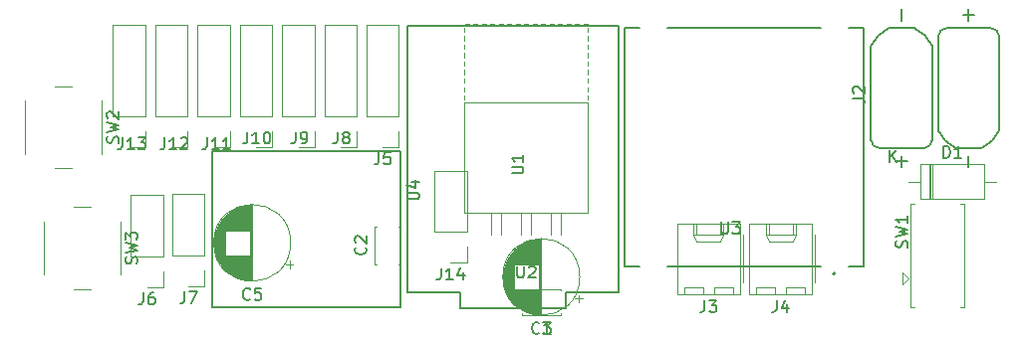
<source format=gbr>
%TF.GenerationSoftware,KiCad,Pcbnew,9.0.6*%
%TF.CreationDate,2026-01-26T16:21:30-03:00*%
%TF.ProjectId,V1_ robot_controller,56315f20-726f-4626-9f74-5f636f6e7472,rev?*%
%TF.SameCoordinates,Original*%
%TF.FileFunction,Legend,Top*%
%TF.FilePolarity,Positive*%
%FSLAX46Y46*%
G04 Gerber Fmt 4.6, Leading zero omitted, Abs format (unit mm)*
G04 Created by KiCad (PCBNEW 9.0.6) date 2026-01-26 16:21:30*
%MOMM*%
%LPD*%
G01*
G04 APERTURE LIST*
%ADD10C,0.150000*%
%ADD11C,0.120000*%
%ADD12C,0.127000*%
%ADD13C,0.200000*%
G04 APERTURE END LIST*
D10*
X178309580Y-106616666D02*
X178357200Y-106664285D01*
X178357200Y-106664285D02*
X178404819Y-106807142D01*
X178404819Y-106807142D02*
X178404819Y-106902380D01*
X178404819Y-106902380D02*
X178357200Y-107045237D01*
X178357200Y-107045237D02*
X178261961Y-107140475D01*
X178261961Y-107140475D02*
X178166723Y-107188094D01*
X178166723Y-107188094D02*
X177976247Y-107235713D01*
X177976247Y-107235713D02*
X177833390Y-107235713D01*
X177833390Y-107235713D02*
X177642914Y-107188094D01*
X177642914Y-107188094D02*
X177547676Y-107140475D01*
X177547676Y-107140475D02*
X177452438Y-107045237D01*
X177452438Y-107045237D02*
X177404819Y-106902380D01*
X177404819Y-106902380D02*
X177404819Y-106807142D01*
X177404819Y-106807142D02*
X177452438Y-106664285D01*
X177452438Y-106664285D02*
X177500057Y-106616666D01*
X177500057Y-106235713D02*
X177452438Y-106188094D01*
X177452438Y-106188094D02*
X177404819Y-106092856D01*
X177404819Y-106092856D02*
X177404819Y-105854761D01*
X177404819Y-105854761D02*
X177452438Y-105759523D01*
X177452438Y-105759523D02*
X177500057Y-105711904D01*
X177500057Y-105711904D02*
X177595295Y-105664285D01*
X177595295Y-105664285D02*
X177690533Y-105664285D01*
X177690533Y-105664285D02*
X177833390Y-105711904D01*
X177833390Y-105711904D02*
X178404819Y-106283332D01*
X178404819Y-106283332D02*
X178404819Y-105664285D01*
X208571095Y-104471473D02*
X208571095Y-105280996D01*
X208571095Y-105280996D02*
X208618714Y-105376234D01*
X208618714Y-105376234D02*
X208666333Y-105423854D01*
X208666333Y-105423854D02*
X208761571Y-105471473D01*
X208761571Y-105471473D02*
X208952047Y-105471473D01*
X208952047Y-105471473D02*
X209047285Y-105423854D01*
X209047285Y-105423854D02*
X209094904Y-105376234D01*
X209094904Y-105376234D02*
X209142523Y-105280996D01*
X209142523Y-105280996D02*
X209142523Y-104471473D01*
X209523476Y-104471473D02*
X210142523Y-104471473D01*
X210142523Y-104471473D02*
X209809190Y-104852425D01*
X209809190Y-104852425D02*
X209952047Y-104852425D01*
X209952047Y-104852425D02*
X210047285Y-104900044D01*
X210047285Y-104900044D02*
X210094904Y-104947663D01*
X210094904Y-104947663D02*
X210142523Y-105042901D01*
X210142523Y-105042901D02*
X210142523Y-105280996D01*
X210142523Y-105280996D02*
X210094904Y-105376234D01*
X210094904Y-105376234D02*
X210047285Y-105423854D01*
X210047285Y-105423854D02*
X209952047Y-105471473D01*
X209952047Y-105471473D02*
X209666333Y-105471473D01*
X209666333Y-105471473D02*
X209571095Y-105423854D01*
X209571095Y-105423854D02*
X209523476Y-105376234D01*
X172371666Y-96790819D02*
X172371666Y-97505104D01*
X172371666Y-97505104D02*
X172324047Y-97647961D01*
X172324047Y-97647961D02*
X172228809Y-97743200D01*
X172228809Y-97743200D02*
X172085952Y-97790819D01*
X172085952Y-97790819D02*
X171990714Y-97790819D01*
X172895476Y-97790819D02*
X173085952Y-97790819D01*
X173085952Y-97790819D02*
X173181190Y-97743200D01*
X173181190Y-97743200D02*
X173228809Y-97695580D01*
X173228809Y-97695580D02*
X173324047Y-97552723D01*
X173324047Y-97552723D02*
X173371666Y-97362247D01*
X173371666Y-97362247D02*
X173371666Y-96981295D01*
X173371666Y-96981295D02*
X173324047Y-96886057D01*
X173324047Y-96886057D02*
X173276428Y-96838438D01*
X173276428Y-96838438D02*
X173181190Y-96790819D01*
X173181190Y-96790819D02*
X172990714Y-96790819D01*
X172990714Y-96790819D02*
X172895476Y-96838438D01*
X172895476Y-96838438D02*
X172847857Y-96886057D01*
X172847857Y-96886057D02*
X172800238Y-96981295D01*
X172800238Y-96981295D02*
X172800238Y-97219390D01*
X172800238Y-97219390D02*
X172847857Y-97314628D01*
X172847857Y-97314628D02*
X172895476Y-97362247D01*
X172895476Y-97362247D02*
X172990714Y-97409866D01*
X172990714Y-97409866D02*
X173181190Y-97409866D01*
X173181190Y-97409866D02*
X173276428Y-97362247D01*
X173276428Y-97362247D02*
X173324047Y-97314628D01*
X173324047Y-97314628D02*
X173371666Y-97219390D01*
X219757748Y-93914987D02*
X220472033Y-93914987D01*
X220472033Y-93914987D02*
X220614890Y-93962606D01*
X220614890Y-93962606D02*
X220710129Y-94057844D01*
X220710129Y-94057844D02*
X220757748Y-94200701D01*
X220757748Y-94200701D02*
X220757748Y-94295939D01*
X219852986Y-93486415D02*
X219805367Y-93438796D01*
X219805367Y-93438796D02*
X219757748Y-93343558D01*
X219757748Y-93343558D02*
X219757748Y-93105463D01*
X219757748Y-93105463D02*
X219805367Y-93010225D01*
X219805367Y-93010225D02*
X219852986Y-92962606D01*
X219852986Y-92962606D02*
X219948224Y-92914987D01*
X219948224Y-92914987D02*
X220043462Y-92914987D01*
X220043462Y-92914987D02*
X220186319Y-92962606D01*
X220186319Y-92962606D02*
X220757748Y-93534034D01*
X220757748Y-93534034D02*
X220757748Y-92914987D01*
X168533333Y-111009580D02*
X168485714Y-111057200D01*
X168485714Y-111057200D02*
X168342857Y-111104819D01*
X168342857Y-111104819D02*
X168247619Y-111104819D01*
X168247619Y-111104819D02*
X168104762Y-111057200D01*
X168104762Y-111057200D02*
X168009524Y-110961961D01*
X168009524Y-110961961D02*
X167961905Y-110866723D01*
X167961905Y-110866723D02*
X167914286Y-110676247D01*
X167914286Y-110676247D02*
X167914286Y-110533390D01*
X167914286Y-110533390D02*
X167961905Y-110342914D01*
X167961905Y-110342914D02*
X168009524Y-110247676D01*
X168009524Y-110247676D02*
X168104762Y-110152438D01*
X168104762Y-110152438D02*
X168247619Y-110104819D01*
X168247619Y-110104819D02*
X168342857Y-110104819D01*
X168342857Y-110104819D02*
X168485714Y-110152438D01*
X168485714Y-110152438D02*
X168533333Y-110200057D01*
X169438095Y-110104819D02*
X168961905Y-110104819D01*
X168961905Y-110104819D02*
X168914286Y-110581009D01*
X168914286Y-110581009D02*
X168961905Y-110533390D01*
X168961905Y-110533390D02*
X169057143Y-110485771D01*
X169057143Y-110485771D02*
X169295238Y-110485771D01*
X169295238Y-110485771D02*
X169390476Y-110533390D01*
X169390476Y-110533390D02*
X169438095Y-110581009D01*
X169438095Y-110581009D02*
X169485714Y-110676247D01*
X169485714Y-110676247D02*
X169485714Y-110914342D01*
X169485714Y-110914342D02*
X169438095Y-111009580D01*
X169438095Y-111009580D02*
X169390476Y-111057200D01*
X169390476Y-111057200D02*
X169295238Y-111104819D01*
X169295238Y-111104819D02*
X169057143Y-111104819D01*
X169057143Y-111104819D02*
X168961905Y-111057200D01*
X168961905Y-111057200D02*
X168914286Y-111009580D01*
X162941666Y-110399819D02*
X162941666Y-111114104D01*
X162941666Y-111114104D02*
X162894047Y-111256961D01*
X162894047Y-111256961D02*
X162798809Y-111352200D01*
X162798809Y-111352200D02*
X162655952Y-111399819D01*
X162655952Y-111399819D02*
X162560714Y-111399819D01*
X163322619Y-110399819D02*
X163989285Y-110399819D01*
X163989285Y-110399819D02*
X163560714Y-111399819D01*
X227464905Y-99006473D02*
X227464905Y-98006473D01*
X227464905Y-98006473D02*
X227703000Y-98006473D01*
X227703000Y-98006473D02*
X227845857Y-98054092D01*
X227845857Y-98054092D02*
X227941095Y-98149330D01*
X227941095Y-98149330D02*
X227988714Y-98244568D01*
X227988714Y-98244568D02*
X228036333Y-98435044D01*
X228036333Y-98435044D02*
X228036333Y-98577901D01*
X228036333Y-98577901D02*
X227988714Y-98768377D01*
X227988714Y-98768377D02*
X227941095Y-98863615D01*
X227941095Y-98863615D02*
X227845857Y-98958854D01*
X227845857Y-98958854D02*
X227703000Y-99006473D01*
X227703000Y-99006473D02*
X227464905Y-99006473D01*
X228988714Y-99006473D02*
X228417286Y-99006473D01*
X228703000Y-99006473D02*
X228703000Y-98006473D01*
X228703000Y-98006473D02*
X228607762Y-98149330D01*
X228607762Y-98149330D02*
X228512524Y-98244568D01*
X228512524Y-98244568D02*
X228417286Y-98292187D01*
X222861095Y-99376473D02*
X222861095Y-98376473D01*
X223432523Y-99376473D02*
X223003952Y-98805044D01*
X223432523Y-98376473D02*
X222861095Y-98947901D01*
X168285476Y-96790819D02*
X168285476Y-97505104D01*
X168285476Y-97505104D02*
X168237857Y-97647961D01*
X168237857Y-97647961D02*
X168142619Y-97743200D01*
X168142619Y-97743200D02*
X167999762Y-97790819D01*
X167999762Y-97790819D02*
X167904524Y-97790819D01*
X169285476Y-97790819D02*
X168714048Y-97790819D01*
X168999762Y-97790819D02*
X168999762Y-96790819D01*
X168999762Y-96790819D02*
X168904524Y-96933676D01*
X168904524Y-96933676D02*
X168809286Y-97028914D01*
X168809286Y-97028914D02*
X168714048Y-97076533D01*
X169904524Y-96790819D02*
X169999762Y-96790819D01*
X169999762Y-96790819D02*
X170095000Y-96838438D01*
X170095000Y-96838438D02*
X170142619Y-96886057D01*
X170142619Y-96886057D02*
X170190238Y-96981295D01*
X170190238Y-96981295D02*
X170237857Y-97171771D01*
X170237857Y-97171771D02*
X170237857Y-97409866D01*
X170237857Y-97409866D02*
X170190238Y-97600342D01*
X170190238Y-97600342D02*
X170142619Y-97695580D01*
X170142619Y-97695580D02*
X170095000Y-97743200D01*
X170095000Y-97743200D02*
X169999762Y-97790819D01*
X169999762Y-97790819D02*
X169904524Y-97790819D01*
X169904524Y-97790819D02*
X169809286Y-97743200D01*
X169809286Y-97743200D02*
X169761667Y-97695580D01*
X169761667Y-97695580D02*
X169714048Y-97600342D01*
X169714048Y-97600342D02*
X169666429Y-97409866D01*
X169666429Y-97409866D02*
X169666429Y-97171771D01*
X169666429Y-97171771D02*
X169714048Y-96981295D01*
X169714048Y-96981295D02*
X169761667Y-96886057D01*
X169761667Y-96886057D02*
X169809286Y-96838438D01*
X169809286Y-96838438D02*
X169904524Y-96790819D01*
X213289666Y-111146473D02*
X213289666Y-111860758D01*
X213289666Y-111860758D02*
X213242047Y-112003615D01*
X213242047Y-112003615D02*
X213146809Y-112098854D01*
X213146809Y-112098854D02*
X213003952Y-112146473D01*
X213003952Y-112146473D02*
X212908714Y-112146473D01*
X214194428Y-111479806D02*
X214194428Y-112146473D01*
X213956333Y-111098854D02*
X213718238Y-111813139D01*
X213718238Y-111813139D02*
X214337285Y-111813139D01*
X164860476Y-97280819D02*
X164860476Y-97995104D01*
X164860476Y-97995104D02*
X164812857Y-98137961D01*
X164812857Y-98137961D02*
X164717619Y-98233200D01*
X164717619Y-98233200D02*
X164574762Y-98280819D01*
X164574762Y-98280819D02*
X164479524Y-98280819D01*
X165860476Y-98280819D02*
X165289048Y-98280819D01*
X165574762Y-98280819D02*
X165574762Y-97280819D01*
X165574762Y-97280819D02*
X165479524Y-97423676D01*
X165479524Y-97423676D02*
X165384286Y-97518914D01*
X165384286Y-97518914D02*
X165289048Y-97566533D01*
X166812857Y-98280819D02*
X166241429Y-98280819D01*
X166527143Y-98280819D02*
X166527143Y-97280819D01*
X166527143Y-97280819D02*
X166431905Y-97423676D01*
X166431905Y-97423676D02*
X166336667Y-97518914D01*
X166336667Y-97518914D02*
X166241429Y-97566533D01*
X159441666Y-110489819D02*
X159441666Y-111204104D01*
X159441666Y-111204104D02*
X159394047Y-111346961D01*
X159394047Y-111346961D02*
X159298809Y-111442200D01*
X159298809Y-111442200D02*
X159155952Y-111489819D01*
X159155952Y-111489819D02*
X159060714Y-111489819D01*
X160346428Y-110489819D02*
X160155952Y-110489819D01*
X160155952Y-110489819D02*
X160060714Y-110537438D01*
X160060714Y-110537438D02*
X160013095Y-110585057D01*
X160013095Y-110585057D02*
X159917857Y-110727914D01*
X159917857Y-110727914D02*
X159870238Y-110918390D01*
X159870238Y-110918390D02*
X159870238Y-111299342D01*
X159870238Y-111299342D02*
X159917857Y-111394580D01*
X159917857Y-111394580D02*
X159965476Y-111442200D01*
X159965476Y-111442200D02*
X160060714Y-111489819D01*
X160060714Y-111489819D02*
X160251190Y-111489819D01*
X160251190Y-111489819D02*
X160346428Y-111442200D01*
X160346428Y-111442200D02*
X160394047Y-111394580D01*
X160394047Y-111394580D02*
X160441666Y-111299342D01*
X160441666Y-111299342D02*
X160441666Y-111061247D01*
X160441666Y-111061247D02*
X160394047Y-110966009D01*
X160394047Y-110966009D02*
X160346428Y-110918390D01*
X160346428Y-110918390D02*
X160251190Y-110870771D01*
X160251190Y-110870771D02*
X160060714Y-110870771D01*
X160060714Y-110870771D02*
X159965476Y-110918390D01*
X159965476Y-110918390D02*
X159917857Y-110966009D01*
X159917857Y-110966009D02*
X159870238Y-111061247D01*
X157307200Y-97733332D02*
X157354819Y-97590475D01*
X157354819Y-97590475D02*
X157354819Y-97352380D01*
X157354819Y-97352380D02*
X157307200Y-97257142D01*
X157307200Y-97257142D02*
X157259580Y-97209523D01*
X157259580Y-97209523D02*
X157164342Y-97161904D01*
X157164342Y-97161904D02*
X157069104Y-97161904D01*
X157069104Y-97161904D02*
X156973866Y-97209523D01*
X156973866Y-97209523D02*
X156926247Y-97257142D01*
X156926247Y-97257142D02*
X156878628Y-97352380D01*
X156878628Y-97352380D02*
X156831009Y-97542856D01*
X156831009Y-97542856D02*
X156783390Y-97638094D01*
X156783390Y-97638094D02*
X156735771Y-97685713D01*
X156735771Y-97685713D02*
X156640533Y-97733332D01*
X156640533Y-97733332D02*
X156545295Y-97733332D01*
X156545295Y-97733332D02*
X156450057Y-97685713D01*
X156450057Y-97685713D02*
X156402438Y-97638094D01*
X156402438Y-97638094D02*
X156354819Y-97542856D01*
X156354819Y-97542856D02*
X156354819Y-97304761D01*
X156354819Y-97304761D02*
X156402438Y-97161904D01*
X156354819Y-96828570D02*
X157354819Y-96590475D01*
X157354819Y-96590475D02*
X156640533Y-96399999D01*
X156640533Y-96399999D02*
X157354819Y-96209523D01*
X157354819Y-96209523D02*
X156354819Y-95971428D01*
X156450057Y-95638094D02*
X156402438Y-95590475D01*
X156402438Y-95590475D02*
X156354819Y-95495237D01*
X156354819Y-95495237D02*
X156354819Y-95257142D01*
X156354819Y-95257142D02*
X156402438Y-95161904D01*
X156402438Y-95161904D02*
X156450057Y-95114285D01*
X156450057Y-95114285D02*
X156545295Y-95066666D01*
X156545295Y-95066666D02*
X156640533Y-95066666D01*
X156640533Y-95066666D02*
X156783390Y-95114285D01*
X156783390Y-95114285D02*
X157354819Y-95685713D01*
X157354819Y-95685713D02*
X157354819Y-95066666D01*
X179461666Y-98549819D02*
X179461666Y-99264104D01*
X179461666Y-99264104D02*
X179414047Y-99406961D01*
X179414047Y-99406961D02*
X179318809Y-99502200D01*
X179318809Y-99502200D02*
X179175952Y-99549819D01*
X179175952Y-99549819D02*
X179080714Y-99549819D01*
X180414047Y-98549819D02*
X179937857Y-98549819D01*
X179937857Y-98549819D02*
X179890238Y-99026009D01*
X179890238Y-99026009D02*
X179937857Y-98978390D01*
X179937857Y-98978390D02*
X180033095Y-98930771D01*
X180033095Y-98930771D02*
X180271190Y-98930771D01*
X180271190Y-98930771D02*
X180366428Y-98978390D01*
X180366428Y-98978390D02*
X180414047Y-99026009D01*
X180414047Y-99026009D02*
X180461666Y-99121247D01*
X180461666Y-99121247D02*
X180461666Y-99359342D01*
X180461666Y-99359342D02*
X180414047Y-99454580D01*
X180414047Y-99454580D02*
X180366428Y-99502200D01*
X180366428Y-99502200D02*
X180271190Y-99549819D01*
X180271190Y-99549819D02*
X180033095Y-99549819D01*
X180033095Y-99549819D02*
X179937857Y-99502200D01*
X179937857Y-99502200D02*
X179890238Y-99454580D01*
X207164666Y-111146473D02*
X207164666Y-111860758D01*
X207164666Y-111860758D02*
X207117047Y-112003615D01*
X207117047Y-112003615D02*
X207021809Y-112098854D01*
X207021809Y-112098854D02*
X206878952Y-112146473D01*
X206878952Y-112146473D02*
X206783714Y-112146473D01*
X207545619Y-111146473D02*
X208164666Y-111146473D01*
X208164666Y-111146473D02*
X207831333Y-111527425D01*
X207831333Y-111527425D02*
X207974190Y-111527425D01*
X207974190Y-111527425D02*
X208069428Y-111575044D01*
X208069428Y-111575044D02*
X208117047Y-111622663D01*
X208117047Y-111622663D02*
X208164666Y-111717901D01*
X208164666Y-111717901D02*
X208164666Y-111955996D01*
X208164666Y-111955996D02*
X208117047Y-112051234D01*
X208117047Y-112051234D02*
X208069428Y-112098854D01*
X208069428Y-112098854D02*
X207974190Y-112146473D01*
X207974190Y-112146473D02*
X207688476Y-112146473D01*
X207688476Y-112146473D02*
X207593238Y-112098854D01*
X207593238Y-112098854D02*
X207545619Y-112051234D01*
X224367200Y-106643332D02*
X224414819Y-106500475D01*
X224414819Y-106500475D02*
X224414819Y-106262380D01*
X224414819Y-106262380D02*
X224367200Y-106167142D01*
X224367200Y-106167142D02*
X224319580Y-106119523D01*
X224319580Y-106119523D02*
X224224342Y-106071904D01*
X224224342Y-106071904D02*
X224129104Y-106071904D01*
X224129104Y-106071904D02*
X224033866Y-106119523D01*
X224033866Y-106119523D02*
X223986247Y-106167142D01*
X223986247Y-106167142D02*
X223938628Y-106262380D01*
X223938628Y-106262380D02*
X223891009Y-106452856D01*
X223891009Y-106452856D02*
X223843390Y-106548094D01*
X223843390Y-106548094D02*
X223795771Y-106595713D01*
X223795771Y-106595713D02*
X223700533Y-106643332D01*
X223700533Y-106643332D02*
X223605295Y-106643332D01*
X223605295Y-106643332D02*
X223510057Y-106595713D01*
X223510057Y-106595713D02*
X223462438Y-106548094D01*
X223462438Y-106548094D02*
X223414819Y-106452856D01*
X223414819Y-106452856D02*
X223414819Y-106214761D01*
X223414819Y-106214761D02*
X223462438Y-106071904D01*
X223414819Y-105738570D02*
X224414819Y-105500475D01*
X224414819Y-105500475D02*
X223700533Y-105309999D01*
X223700533Y-105309999D02*
X224414819Y-105119523D01*
X224414819Y-105119523D02*
X223414819Y-104881428D01*
X224414819Y-103976666D02*
X224414819Y-104548094D01*
X224414819Y-104262380D02*
X223414819Y-104262380D01*
X223414819Y-104262380D02*
X223557676Y-104357618D01*
X223557676Y-104357618D02*
X223652914Y-104452856D01*
X223652914Y-104452856D02*
X223700533Y-104548094D01*
X175961666Y-96790819D02*
X175961666Y-97505104D01*
X175961666Y-97505104D02*
X175914047Y-97647961D01*
X175914047Y-97647961D02*
X175818809Y-97743200D01*
X175818809Y-97743200D02*
X175675952Y-97790819D01*
X175675952Y-97790819D02*
X175580714Y-97790819D01*
X176580714Y-97219390D02*
X176485476Y-97171771D01*
X176485476Y-97171771D02*
X176437857Y-97124152D01*
X176437857Y-97124152D02*
X176390238Y-97028914D01*
X176390238Y-97028914D02*
X176390238Y-96981295D01*
X176390238Y-96981295D02*
X176437857Y-96886057D01*
X176437857Y-96886057D02*
X176485476Y-96838438D01*
X176485476Y-96838438D02*
X176580714Y-96790819D01*
X176580714Y-96790819D02*
X176771190Y-96790819D01*
X176771190Y-96790819D02*
X176866428Y-96838438D01*
X176866428Y-96838438D02*
X176914047Y-96886057D01*
X176914047Y-96886057D02*
X176961666Y-96981295D01*
X176961666Y-96981295D02*
X176961666Y-97028914D01*
X176961666Y-97028914D02*
X176914047Y-97124152D01*
X176914047Y-97124152D02*
X176866428Y-97171771D01*
X176866428Y-97171771D02*
X176771190Y-97219390D01*
X176771190Y-97219390D02*
X176580714Y-97219390D01*
X176580714Y-97219390D02*
X176485476Y-97267009D01*
X176485476Y-97267009D02*
X176437857Y-97314628D01*
X176437857Y-97314628D02*
X176390238Y-97409866D01*
X176390238Y-97409866D02*
X176390238Y-97600342D01*
X176390238Y-97600342D02*
X176437857Y-97695580D01*
X176437857Y-97695580D02*
X176485476Y-97743200D01*
X176485476Y-97743200D02*
X176580714Y-97790819D01*
X176580714Y-97790819D02*
X176771190Y-97790819D01*
X176771190Y-97790819D02*
X176866428Y-97743200D01*
X176866428Y-97743200D02*
X176914047Y-97695580D01*
X176914047Y-97695580D02*
X176961666Y-97600342D01*
X176961666Y-97600342D02*
X176961666Y-97409866D01*
X176961666Y-97409866D02*
X176914047Y-97314628D01*
X176914047Y-97314628D02*
X176866428Y-97267009D01*
X176866428Y-97267009D02*
X176771190Y-97219390D01*
X193108333Y-113909580D02*
X193060714Y-113957200D01*
X193060714Y-113957200D02*
X192917857Y-114004819D01*
X192917857Y-114004819D02*
X192822619Y-114004819D01*
X192822619Y-114004819D02*
X192679762Y-113957200D01*
X192679762Y-113957200D02*
X192584524Y-113861961D01*
X192584524Y-113861961D02*
X192536905Y-113766723D01*
X192536905Y-113766723D02*
X192489286Y-113576247D01*
X192489286Y-113576247D02*
X192489286Y-113433390D01*
X192489286Y-113433390D02*
X192536905Y-113242914D01*
X192536905Y-113242914D02*
X192584524Y-113147676D01*
X192584524Y-113147676D02*
X192679762Y-113052438D01*
X192679762Y-113052438D02*
X192822619Y-113004819D01*
X192822619Y-113004819D02*
X192917857Y-113004819D01*
X192917857Y-113004819D02*
X193060714Y-113052438D01*
X193060714Y-113052438D02*
X193108333Y-113100057D01*
X194060714Y-114004819D02*
X193489286Y-114004819D01*
X193775000Y-114004819D02*
X193775000Y-113004819D01*
X193775000Y-113004819D02*
X193679762Y-113147676D01*
X193679762Y-113147676D02*
X193584524Y-113242914D01*
X193584524Y-113242914D02*
X193489286Y-113290533D01*
X190757819Y-100338558D02*
X191567342Y-100338558D01*
X191567342Y-100338558D02*
X191662580Y-100290939D01*
X191662580Y-100290939D02*
X191710200Y-100243320D01*
X191710200Y-100243320D02*
X191757819Y-100148082D01*
X191757819Y-100148082D02*
X191757819Y-99957606D01*
X191757819Y-99957606D02*
X191710200Y-99862368D01*
X191710200Y-99862368D02*
X191662580Y-99814749D01*
X191662580Y-99814749D02*
X191567342Y-99767130D01*
X191567342Y-99767130D02*
X190757819Y-99767130D01*
X191757819Y-98767130D02*
X191757819Y-99338558D01*
X191757819Y-99052844D02*
X190757819Y-99052844D01*
X190757819Y-99052844D02*
X190900676Y-99148082D01*
X190900676Y-99148082D02*
X190995914Y-99243320D01*
X190995914Y-99243320D02*
X191043533Y-99338558D01*
X157660476Y-97280819D02*
X157660476Y-97995104D01*
X157660476Y-97995104D02*
X157612857Y-98137961D01*
X157612857Y-98137961D02*
X157517619Y-98233200D01*
X157517619Y-98233200D02*
X157374762Y-98280819D01*
X157374762Y-98280819D02*
X157279524Y-98280819D01*
X158660476Y-98280819D02*
X158089048Y-98280819D01*
X158374762Y-98280819D02*
X158374762Y-97280819D01*
X158374762Y-97280819D02*
X158279524Y-97423676D01*
X158279524Y-97423676D02*
X158184286Y-97518914D01*
X158184286Y-97518914D02*
X158089048Y-97566533D01*
X158993810Y-97280819D02*
X159612857Y-97280819D01*
X159612857Y-97280819D02*
X159279524Y-97661771D01*
X159279524Y-97661771D02*
X159422381Y-97661771D01*
X159422381Y-97661771D02*
X159517619Y-97709390D01*
X159517619Y-97709390D02*
X159565238Y-97757009D01*
X159565238Y-97757009D02*
X159612857Y-97852247D01*
X159612857Y-97852247D02*
X159612857Y-98090342D01*
X159612857Y-98090342D02*
X159565238Y-98185580D01*
X159565238Y-98185580D02*
X159517619Y-98233200D01*
X159517619Y-98233200D02*
X159422381Y-98280819D01*
X159422381Y-98280819D02*
X159136667Y-98280819D01*
X159136667Y-98280819D02*
X159041429Y-98233200D01*
X159041429Y-98233200D02*
X158993810Y-98185580D01*
X181889819Y-102531904D02*
X182699342Y-102531904D01*
X182699342Y-102531904D02*
X182794580Y-102484285D01*
X182794580Y-102484285D02*
X182842200Y-102436666D01*
X182842200Y-102436666D02*
X182889819Y-102341428D01*
X182889819Y-102341428D02*
X182889819Y-102150952D01*
X182889819Y-102150952D02*
X182842200Y-102055714D01*
X182842200Y-102055714D02*
X182794580Y-102008095D01*
X182794580Y-102008095D02*
X182699342Y-101960476D01*
X182699342Y-101960476D02*
X181889819Y-101960476D01*
X182223152Y-101055714D02*
X182889819Y-101055714D01*
X181842200Y-101293809D02*
X182556485Y-101531904D01*
X182556485Y-101531904D02*
X182556485Y-100912857D01*
X161260476Y-97280819D02*
X161260476Y-97995104D01*
X161260476Y-97995104D02*
X161212857Y-98137961D01*
X161212857Y-98137961D02*
X161117619Y-98233200D01*
X161117619Y-98233200D02*
X160974762Y-98280819D01*
X160974762Y-98280819D02*
X160879524Y-98280819D01*
X162260476Y-98280819D02*
X161689048Y-98280819D01*
X161974762Y-98280819D02*
X161974762Y-97280819D01*
X161974762Y-97280819D02*
X161879524Y-97423676D01*
X161879524Y-97423676D02*
X161784286Y-97518914D01*
X161784286Y-97518914D02*
X161689048Y-97566533D01*
X162641429Y-97376057D02*
X162689048Y-97328438D01*
X162689048Y-97328438D02*
X162784286Y-97280819D01*
X162784286Y-97280819D02*
X163022381Y-97280819D01*
X163022381Y-97280819D02*
X163117619Y-97328438D01*
X163117619Y-97328438D02*
X163165238Y-97376057D01*
X163165238Y-97376057D02*
X163212857Y-97471295D01*
X163212857Y-97471295D02*
X163212857Y-97566533D01*
X163212857Y-97566533D02*
X163165238Y-97709390D01*
X163165238Y-97709390D02*
X162593810Y-98280819D01*
X162593810Y-98280819D02*
X163212857Y-98280819D01*
X193108333Y-113909580D02*
X193060714Y-113957200D01*
X193060714Y-113957200D02*
X192917857Y-114004819D01*
X192917857Y-114004819D02*
X192822619Y-114004819D01*
X192822619Y-114004819D02*
X192679762Y-113957200D01*
X192679762Y-113957200D02*
X192584524Y-113861961D01*
X192584524Y-113861961D02*
X192536905Y-113766723D01*
X192536905Y-113766723D02*
X192489286Y-113576247D01*
X192489286Y-113576247D02*
X192489286Y-113433390D01*
X192489286Y-113433390D02*
X192536905Y-113242914D01*
X192536905Y-113242914D02*
X192584524Y-113147676D01*
X192584524Y-113147676D02*
X192679762Y-113052438D01*
X192679762Y-113052438D02*
X192822619Y-113004819D01*
X192822619Y-113004819D02*
X192917857Y-113004819D01*
X192917857Y-113004819D02*
X193060714Y-113052438D01*
X193060714Y-113052438D02*
X193108333Y-113100057D01*
X193441667Y-113004819D02*
X194060714Y-113004819D01*
X194060714Y-113004819D02*
X193727381Y-113385771D01*
X193727381Y-113385771D02*
X193870238Y-113385771D01*
X193870238Y-113385771D02*
X193965476Y-113433390D01*
X193965476Y-113433390D02*
X194013095Y-113481009D01*
X194013095Y-113481009D02*
X194060714Y-113576247D01*
X194060714Y-113576247D02*
X194060714Y-113814342D01*
X194060714Y-113814342D02*
X194013095Y-113909580D01*
X194013095Y-113909580D02*
X193965476Y-113957200D01*
X193965476Y-113957200D02*
X193870238Y-114004819D01*
X193870238Y-114004819D02*
X193584524Y-114004819D01*
X193584524Y-114004819D02*
X193489286Y-113957200D01*
X193489286Y-113957200D02*
X193441667Y-113909580D01*
X184765476Y-108389819D02*
X184765476Y-109104104D01*
X184765476Y-109104104D02*
X184717857Y-109246961D01*
X184717857Y-109246961D02*
X184622619Y-109342200D01*
X184622619Y-109342200D02*
X184479762Y-109389819D01*
X184479762Y-109389819D02*
X184384524Y-109389819D01*
X185765476Y-109389819D02*
X185194048Y-109389819D01*
X185479762Y-109389819D02*
X185479762Y-108389819D01*
X185479762Y-108389819D02*
X185384524Y-108532676D01*
X185384524Y-108532676D02*
X185289286Y-108627914D01*
X185289286Y-108627914D02*
X185194048Y-108675533D01*
X186622619Y-108723152D02*
X186622619Y-109389819D01*
X186384524Y-108342200D02*
X186146429Y-109056485D01*
X186146429Y-109056485D02*
X186765476Y-109056485D01*
X158907200Y-108008332D02*
X158954819Y-107865475D01*
X158954819Y-107865475D02*
X158954819Y-107627380D01*
X158954819Y-107627380D02*
X158907200Y-107532142D01*
X158907200Y-107532142D02*
X158859580Y-107484523D01*
X158859580Y-107484523D02*
X158764342Y-107436904D01*
X158764342Y-107436904D02*
X158669104Y-107436904D01*
X158669104Y-107436904D02*
X158573866Y-107484523D01*
X158573866Y-107484523D02*
X158526247Y-107532142D01*
X158526247Y-107532142D02*
X158478628Y-107627380D01*
X158478628Y-107627380D02*
X158431009Y-107817856D01*
X158431009Y-107817856D02*
X158383390Y-107913094D01*
X158383390Y-107913094D02*
X158335771Y-107960713D01*
X158335771Y-107960713D02*
X158240533Y-108008332D01*
X158240533Y-108008332D02*
X158145295Y-108008332D01*
X158145295Y-108008332D02*
X158050057Y-107960713D01*
X158050057Y-107960713D02*
X158002438Y-107913094D01*
X158002438Y-107913094D02*
X157954819Y-107817856D01*
X157954819Y-107817856D02*
X157954819Y-107579761D01*
X157954819Y-107579761D02*
X158002438Y-107436904D01*
X157954819Y-107103570D02*
X158954819Y-106865475D01*
X158954819Y-106865475D02*
X158240533Y-106674999D01*
X158240533Y-106674999D02*
X158954819Y-106484523D01*
X158954819Y-106484523D02*
X157954819Y-106246428D01*
X157954819Y-105960713D02*
X157954819Y-105341666D01*
X157954819Y-105341666D02*
X158335771Y-105674999D01*
X158335771Y-105674999D02*
X158335771Y-105532142D01*
X158335771Y-105532142D02*
X158383390Y-105436904D01*
X158383390Y-105436904D02*
X158431009Y-105389285D01*
X158431009Y-105389285D02*
X158526247Y-105341666D01*
X158526247Y-105341666D02*
X158764342Y-105341666D01*
X158764342Y-105341666D02*
X158859580Y-105389285D01*
X158859580Y-105389285D02*
X158907200Y-105436904D01*
X158907200Y-105436904D02*
X158954819Y-105532142D01*
X158954819Y-105532142D02*
X158954819Y-105817856D01*
X158954819Y-105817856D02*
X158907200Y-105913094D01*
X158907200Y-105913094D02*
X158859580Y-105960713D01*
X191213095Y-108229819D02*
X191213095Y-109039342D01*
X191213095Y-109039342D02*
X191260714Y-109134580D01*
X191260714Y-109134580D02*
X191308333Y-109182200D01*
X191308333Y-109182200D02*
X191403571Y-109229819D01*
X191403571Y-109229819D02*
X191594047Y-109229819D01*
X191594047Y-109229819D02*
X191689285Y-109182200D01*
X191689285Y-109182200D02*
X191736904Y-109134580D01*
X191736904Y-109134580D02*
X191784523Y-109039342D01*
X191784523Y-109039342D02*
X191784523Y-108229819D01*
X192213095Y-108325057D02*
X192260714Y-108277438D01*
X192260714Y-108277438D02*
X192355952Y-108229819D01*
X192355952Y-108229819D02*
X192594047Y-108229819D01*
X192594047Y-108229819D02*
X192689285Y-108277438D01*
X192689285Y-108277438D02*
X192736904Y-108325057D01*
X192736904Y-108325057D02*
X192784523Y-108420295D01*
X192784523Y-108420295D02*
X192784523Y-108515533D01*
X192784523Y-108515533D02*
X192736904Y-108658390D01*
X192736904Y-108658390D02*
X192165476Y-109229819D01*
X192165476Y-109229819D02*
X192784523Y-109229819D01*
D11*
%TO.C,C2*%
X179080000Y-104830000D02*
X179228000Y-104830000D01*
X179080000Y-108070000D02*
X179080000Y-104830000D01*
X179080000Y-108070000D02*
X179228000Y-108070000D01*
X181172000Y-104830000D02*
X181320000Y-104830000D01*
X181172000Y-108070000D02*
X181320000Y-108070000D01*
X181320000Y-108070000D02*
X181320000Y-104830000D01*
D12*
%TO.C,U3*%
X200363000Y-87976654D02*
X200363000Y-108296654D01*
X201633000Y-87976654D02*
X200363000Y-87976654D01*
X201633000Y-108296654D02*
X200363000Y-108296654D01*
X217023000Y-87976654D02*
X204023000Y-87976654D01*
X217023000Y-108296654D02*
X204023000Y-108296654D01*
X219413000Y-87976654D02*
X220683000Y-87976654D01*
X219413000Y-108296654D02*
X220683000Y-108296654D01*
X220683000Y-108296654D02*
X220683000Y-87976654D01*
D13*
X218243000Y-108864854D02*
G75*
G02*
X218043000Y-108864854I-100000J0D01*
G01*
X218043000Y-108864854D02*
G75*
G02*
X218243000Y-108864854I100000J0D01*
G01*
D11*
%TO.C,J9*%
X171250000Y-95455000D02*
X171250000Y-87725000D01*
X174010000Y-87725000D02*
X171250000Y-87725000D01*
X174010000Y-95455000D02*
X171250000Y-95455000D01*
X174010000Y-95455000D02*
X174010000Y-87725000D01*
X174010000Y-96725000D02*
X174010000Y-98105000D01*
X174010000Y-98105000D02*
X172630000Y-98105000D01*
D12*
%TO.C,J2*%
X221303000Y-89471654D02*
X221303000Y-97471654D01*
X222003000Y-98171654D02*
X225803000Y-98171654D01*
X223903000Y-87321654D02*
X223903000Y-86321654D01*
X223903000Y-98821654D02*
X223903000Y-99821654D01*
X224403000Y-99321654D02*
X223403000Y-99321654D01*
X225003000Y-87971654D02*
X222803000Y-87971654D01*
X226503000Y-97471654D02*
X226503000Y-89471654D01*
X221303000Y-89471654D02*
G75*
G02*
X222803000Y-87971654I2734300J-1234300D01*
G01*
X222003000Y-98171654D02*
G75*
G02*
X221303000Y-97471654I-1J699999D01*
G01*
X225003000Y-87971654D02*
G75*
G02*
X226503000Y-89471654I-1234300J-2734300D01*
G01*
X226503000Y-97471654D02*
G75*
G02*
X225803000Y-98171654I-699999J-1D01*
G01*
D11*
%TO.C,C5*%
X165460000Y-106652000D02*
X165460000Y-105848000D01*
X165500000Y-106883000D02*
X165500000Y-105617000D01*
X165540000Y-107051000D02*
X165540000Y-105449000D01*
X165580000Y-107189000D02*
X165580000Y-105311000D01*
X165620000Y-107308000D02*
X165620000Y-105192000D01*
X165660000Y-107415000D02*
X165660000Y-105085000D01*
X165700000Y-107511000D02*
X165700000Y-104989000D01*
X165740000Y-107600000D02*
X165740000Y-104900000D01*
X165780000Y-107682000D02*
X165780000Y-104818000D01*
X165820000Y-107759000D02*
X165820000Y-104741000D01*
X165860000Y-107831000D02*
X165860000Y-104669000D01*
X165900000Y-107899000D02*
X165900000Y-104601000D01*
X165940000Y-107964000D02*
X165940000Y-104536000D01*
X165980000Y-108025000D02*
X165980000Y-104475000D01*
X166020000Y-108084000D02*
X166020000Y-104416000D01*
X166060000Y-108140000D02*
X166060000Y-104360000D01*
X166100000Y-108193000D02*
X166100000Y-104307000D01*
X166140000Y-108245000D02*
X166140000Y-104255000D01*
X166180000Y-108294000D02*
X166180000Y-104206000D01*
X166220000Y-108341000D02*
X166220000Y-104159000D01*
X166260000Y-108387000D02*
X166260000Y-104113000D01*
X166300000Y-108431000D02*
X166300000Y-104069000D01*
X166340000Y-108473000D02*
X166340000Y-104027000D01*
X166380000Y-108514000D02*
X166380000Y-103986000D01*
X166420000Y-105210000D02*
X166420000Y-103946000D01*
X166420000Y-108554000D02*
X166420000Y-107290000D01*
X166460000Y-105210000D02*
X166460000Y-103908000D01*
X166460000Y-108592000D02*
X166460000Y-107290000D01*
X166500000Y-105210000D02*
X166500000Y-103871000D01*
X166500000Y-108629000D02*
X166500000Y-107290000D01*
X166540000Y-105210000D02*
X166540000Y-103835000D01*
X166540000Y-108665000D02*
X166540000Y-107290000D01*
X166580000Y-105210000D02*
X166580000Y-103800000D01*
X166580000Y-108700000D02*
X166580000Y-107290000D01*
X166620000Y-105210000D02*
X166620000Y-103767000D01*
X166620000Y-108733000D02*
X166620000Y-107290000D01*
X166660000Y-105210000D02*
X166660000Y-103734000D01*
X166660000Y-108766000D02*
X166660000Y-107290000D01*
X166700000Y-105210000D02*
X166700000Y-103703000D01*
X166700000Y-108797000D02*
X166700000Y-107290000D01*
X166740000Y-105210000D02*
X166740000Y-103673000D01*
X166740000Y-108827000D02*
X166740000Y-107290000D01*
X166780000Y-105210000D02*
X166780000Y-103643000D01*
X166780000Y-108857000D02*
X166780000Y-107290000D01*
X166820000Y-105210000D02*
X166820000Y-103614000D01*
X166820000Y-108886000D02*
X166820000Y-107290000D01*
X166860000Y-105210000D02*
X166860000Y-103587000D01*
X166860000Y-108913000D02*
X166860000Y-107290000D01*
X166900000Y-105210000D02*
X166900000Y-103560000D01*
X166900000Y-108940000D02*
X166900000Y-107290000D01*
X166940000Y-105210000D02*
X166940000Y-103534000D01*
X166940000Y-108966000D02*
X166940000Y-107290000D01*
X166980000Y-105210000D02*
X166980000Y-103509000D01*
X166980000Y-108991000D02*
X166980000Y-107290000D01*
X167020000Y-105210000D02*
X167020000Y-103485000D01*
X167020000Y-109015000D02*
X167020000Y-107290000D01*
X167060000Y-105210000D02*
X167060000Y-103461000D01*
X167060000Y-109039000D02*
X167060000Y-107290000D01*
X167100000Y-105210000D02*
X167100000Y-103438000D01*
X167100000Y-109062000D02*
X167100000Y-107290000D01*
X167140000Y-105210000D02*
X167140000Y-103416000D01*
X167140000Y-109084000D02*
X167140000Y-107290000D01*
X167180000Y-105210000D02*
X167180000Y-103395000D01*
X167180000Y-109105000D02*
X167180000Y-107290000D01*
X167220000Y-105210000D02*
X167220000Y-103374000D01*
X167220000Y-109126000D02*
X167220000Y-107290000D01*
X167260000Y-105210000D02*
X167260000Y-103354000D01*
X167260000Y-109146000D02*
X167260000Y-107290000D01*
X167300000Y-105210000D02*
X167300000Y-103335000D01*
X167300000Y-109165000D02*
X167300000Y-107290000D01*
X167340000Y-105210000D02*
X167340000Y-103316000D01*
X167340000Y-109184000D02*
X167340000Y-107290000D01*
X167380000Y-105210000D02*
X167380000Y-103298000D01*
X167380000Y-109202000D02*
X167380000Y-107290000D01*
X167420000Y-105210000D02*
X167420000Y-103281000D01*
X167420000Y-109219000D02*
X167420000Y-107290000D01*
X167460000Y-105210000D02*
X167460000Y-103264000D01*
X167460000Y-109236000D02*
X167460000Y-107290000D01*
X167500000Y-105210000D02*
X167500000Y-103248000D01*
X167500000Y-109252000D02*
X167500000Y-107290000D01*
X167540000Y-105210000D02*
X167540000Y-103233000D01*
X167540000Y-109267000D02*
X167540000Y-107290000D01*
X167580000Y-105210000D02*
X167580000Y-103218000D01*
X167580000Y-109282000D02*
X167580000Y-107290000D01*
X167620000Y-105210000D02*
X167620000Y-103203000D01*
X167620000Y-109297000D02*
X167620000Y-107290000D01*
X167660000Y-105210000D02*
X167660000Y-103190000D01*
X167660000Y-109310000D02*
X167660000Y-107290000D01*
X167700000Y-105210000D02*
X167700000Y-103177000D01*
X167700000Y-109323000D02*
X167700000Y-107290000D01*
X167740000Y-105210000D02*
X167740000Y-103164000D01*
X167740000Y-109336000D02*
X167740000Y-107290000D01*
X167780000Y-105210000D02*
X167780000Y-103152000D01*
X167780000Y-109348000D02*
X167780000Y-107290000D01*
X167820000Y-105210000D02*
X167820000Y-103141000D01*
X167820000Y-109359000D02*
X167820000Y-107290000D01*
X167860000Y-105210000D02*
X167860000Y-103130000D01*
X167860000Y-109370000D02*
X167860000Y-107290000D01*
X167900000Y-105210000D02*
X167900000Y-103119000D01*
X167900000Y-109381000D02*
X167900000Y-107290000D01*
X167940000Y-105210000D02*
X167940000Y-103110000D01*
X167940000Y-109390000D02*
X167940000Y-107290000D01*
X167980000Y-105210000D02*
X167980000Y-103100000D01*
X167980000Y-109400000D02*
X167980000Y-107290000D01*
X168020000Y-105210000D02*
X168020000Y-103091000D01*
X168020000Y-109409000D02*
X168020000Y-107290000D01*
X168060000Y-105210000D02*
X168060000Y-103083000D01*
X168060000Y-109417000D02*
X168060000Y-107290000D01*
X168100000Y-105210000D02*
X168100000Y-103076000D01*
X168100000Y-109424000D02*
X168100000Y-107290000D01*
X168140000Y-105210000D02*
X168140000Y-103068000D01*
X168140000Y-109432000D02*
X168140000Y-107290000D01*
X168180000Y-105210000D02*
X168180000Y-103062000D01*
X168180000Y-109438000D02*
X168180000Y-107290000D01*
X168220000Y-105210000D02*
X168220000Y-103055000D01*
X168220000Y-109445000D02*
X168220000Y-107290000D01*
X168260000Y-105210000D02*
X168260000Y-103050000D01*
X168260000Y-109450000D02*
X168260000Y-107290000D01*
X168300000Y-105210000D02*
X168300000Y-103045000D01*
X168300000Y-109455000D02*
X168300000Y-107290000D01*
X168340000Y-105210000D02*
X168340000Y-103040000D01*
X168340000Y-109460000D02*
X168340000Y-107290000D01*
X168380000Y-105210000D02*
X168380000Y-103036000D01*
X168380000Y-109464000D02*
X168380000Y-107290000D01*
X168420000Y-105210000D02*
X168420000Y-103032000D01*
X168420000Y-109468000D02*
X168420000Y-107290000D01*
X168460000Y-105210000D02*
X168460000Y-103029000D01*
X168460000Y-109471000D02*
X168460000Y-107290000D01*
X168500000Y-109474000D02*
X168500000Y-103026000D01*
X168540000Y-109476000D02*
X168540000Y-103024000D01*
X168580000Y-109478000D02*
X168580000Y-103022000D01*
X168620000Y-109479000D02*
X168620000Y-103021000D01*
X168660000Y-109480000D02*
X168660000Y-103020000D01*
X168700000Y-109480000D02*
X168700000Y-103020000D01*
X171885241Y-108404000D02*
X171885241Y-107774000D01*
X172200241Y-108089000D02*
X171570241Y-108089000D01*
X171970000Y-106250000D02*
G75*
G02*
X165430000Y-106250000I-3270000J0D01*
G01*
X165430000Y-106250000D02*
G75*
G02*
X171970000Y-106250000I3270000J0D01*
G01*
%TO.C,J7*%
X161895000Y-107295000D02*
X161895000Y-102105000D01*
X164655000Y-102105000D02*
X161895000Y-102105000D01*
X164655000Y-107295000D02*
X161895000Y-107295000D01*
X164655000Y-107295000D02*
X164655000Y-102105000D01*
X164655000Y-108565000D02*
X164655000Y-109945000D01*
X164655000Y-109945000D02*
X163275000Y-109945000D01*
%TO.C,D1*%
X224463000Y-101021654D02*
X225483000Y-101021654D01*
X226263000Y-99551654D02*
X226263000Y-102491654D01*
X226383000Y-99551654D02*
X226383000Y-102491654D01*
X226503000Y-99551654D02*
X226503000Y-102491654D01*
X231943000Y-101021654D02*
X230923000Y-101021654D01*
X225483000Y-99551654D02*
X230923000Y-99551654D01*
X230923000Y-102491654D01*
X225483000Y-102491654D01*
X225483000Y-99551654D01*
%TO.C,J10*%
X167640000Y-95455000D02*
X167640000Y-87725000D01*
X170400000Y-87725000D02*
X167640000Y-87725000D01*
X170400000Y-95455000D02*
X167640000Y-95455000D01*
X170400000Y-95455000D02*
X170400000Y-87725000D01*
X170400000Y-96725000D02*
X170400000Y-98105000D01*
X170400000Y-98105000D02*
X169020000Y-98105000D01*
%TO.C,J4*%
X210973000Y-104581654D02*
X210973000Y-110601654D01*
X210973000Y-110601654D02*
X216273000Y-110601654D01*
X211553000Y-110001654D02*
X211553000Y-110601654D01*
X212353000Y-105581654D02*
X212353000Y-104581654D01*
X212603000Y-104581654D02*
X212603000Y-105581654D01*
X212603000Y-106111654D02*
X212353000Y-105581654D01*
X213153000Y-110001654D02*
X211553000Y-110001654D01*
X213153000Y-110601654D02*
X213153000Y-110001654D01*
X214093000Y-110001654D02*
X214093000Y-110601654D01*
X214643000Y-104581654D02*
X214643000Y-105581654D01*
X214643000Y-106111654D02*
X212603000Y-106111654D01*
X214893000Y-104581654D02*
X214893000Y-105581654D01*
X214893000Y-105581654D02*
X212353000Y-105581654D01*
X214893000Y-105581654D02*
X214643000Y-106111654D01*
X215693000Y-110001654D02*
X214093000Y-110001654D01*
X215693000Y-110601654D02*
X215693000Y-110001654D01*
X216273000Y-104581654D02*
X210973000Y-104581654D01*
X216273000Y-110601654D02*
X216273000Y-104581654D01*
X216563000Y-109571654D02*
X216563000Y-105571654D01*
%TO.C,J11*%
X164065000Y-95455000D02*
X164065000Y-87725000D01*
X166825000Y-87725000D02*
X164065000Y-87725000D01*
X166825000Y-95455000D02*
X164065000Y-95455000D01*
X166825000Y-95455000D02*
X166825000Y-87725000D01*
X166825000Y-96725000D02*
X166825000Y-98105000D01*
X166825000Y-98105000D02*
X165445000Y-98105000D01*
D12*
%TO.C,J1*%
X227003000Y-88671654D02*
X227003000Y-96671654D01*
X228503000Y-98171654D02*
X230703000Y-98171654D01*
X229103000Y-86821654D02*
X230103000Y-86821654D01*
X229603000Y-87321654D02*
X229603000Y-86321654D01*
X229603000Y-98821654D02*
X229603000Y-99821654D01*
X231503000Y-87971654D02*
X227703000Y-87971654D01*
X232203000Y-96671654D02*
X232203000Y-88671654D01*
X227003000Y-88671654D02*
G75*
G02*
X227703000Y-87971654I699999J1D01*
G01*
X228503000Y-98171654D02*
G75*
G02*
X227003000Y-96671654I1234300J2734300D01*
G01*
X231503000Y-87971654D02*
G75*
G02*
X232203000Y-88671654I1J-699999D01*
G01*
X232203000Y-96671654D02*
G75*
G02*
X230703000Y-98171654I-2734300J1234300D01*
G01*
D11*
%TO.C,J6*%
X158395000Y-107385000D02*
X158395000Y-102195000D01*
X161155000Y-102195000D02*
X158395000Y-102195000D01*
X161155000Y-107385000D02*
X158395000Y-107385000D01*
X161155000Y-107385000D02*
X161155000Y-102195000D01*
X161155000Y-108655000D02*
X161155000Y-110035000D01*
X161155000Y-110035000D02*
X159775000Y-110035000D01*
%TO.C,SW2*%
X149400000Y-94150000D02*
X149400000Y-98650000D01*
X151900000Y-99900000D02*
X153400000Y-99900000D01*
X153400000Y-92900000D02*
X151900000Y-92900000D01*
X155900000Y-98650000D02*
X155900000Y-94150000D01*
%TO.C,J5*%
X178415000Y-95445000D02*
X178415000Y-87715000D01*
X181175000Y-87715000D02*
X178415000Y-87715000D01*
X181175000Y-95445000D02*
X178415000Y-95445000D01*
X181175000Y-95445000D02*
X181175000Y-87715000D01*
X181175000Y-96715000D02*
X181175000Y-98095000D01*
X181175000Y-98095000D02*
X179795000Y-98095000D01*
%TO.C,J3*%
X204848000Y-104581654D02*
X204848000Y-110601654D01*
X204848000Y-110601654D02*
X210148000Y-110601654D01*
X205428000Y-110001654D02*
X205428000Y-110601654D01*
X206228000Y-105581654D02*
X206228000Y-104581654D01*
X206478000Y-104581654D02*
X206478000Y-105581654D01*
X206478000Y-106111654D02*
X206228000Y-105581654D01*
X207028000Y-110001654D02*
X205428000Y-110001654D01*
X207028000Y-110601654D02*
X207028000Y-110001654D01*
X207968000Y-110001654D02*
X207968000Y-110601654D01*
X208518000Y-104581654D02*
X208518000Y-105581654D01*
X208518000Y-106111654D02*
X206478000Y-106111654D01*
X208768000Y-104581654D02*
X208768000Y-105581654D01*
X208768000Y-105581654D02*
X206228000Y-105581654D01*
X208768000Y-105581654D02*
X208518000Y-106111654D01*
X209568000Y-110001654D02*
X207968000Y-110001654D01*
X209568000Y-110601654D02*
X209568000Y-110001654D01*
X210148000Y-104581654D02*
X204848000Y-104581654D01*
X210148000Y-110601654D02*
X210148000Y-104581654D01*
X210438000Y-109571654D02*
X210438000Y-105571654D01*
%TO.C,SW1*%
X223990000Y-108800000D02*
X223990000Y-109800000D01*
X223990000Y-109800000D02*
X224490000Y-109300000D01*
X224490000Y-109300000D02*
X223990000Y-108800000D01*
X224690000Y-102890000D02*
X225000000Y-102890000D01*
X224690000Y-111710000D02*
X224690000Y-102890000D01*
X225000000Y-111710000D02*
X224690000Y-111710000D01*
X229210000Y-102890000D02*
X228900000Y-102890000D01*
X229210000Y-102890000D02*
X229210000Y-111710000D01*
X229210000Y-111710000D02*
X228900000Y-111710000D01*
%TO.C,J8*%
X174840000Y-95455000D02*
X174840000Y-87725000D01*
X177600000Y-87725000D02*
X174840000Y-87725000D01*
X177600000Y-95455000D02*
X174840000Y-95455000D01*
X177600000Y-95455000D02*
X177600000Y-87725000D01*
X177600000Y-96725000D02*
X177600000Y-98105000D01*
X177600000Y-98105000D02*
X176220000Y-98105000D01*
%TO.C,C1*%
X191655000Y-110328000D02*
X191655000Y-110180000D01*
X191655000Y-112420000D02*
X191655000Y-112272000D01*
X194895000Y-110180000D02*
X191655000Y-110180000D01*
X194895000Y-110328000D02*
X194895000Y-110180000D01*
X194895000Y-112420000D02*
X191655000Y-112420000D01*
X194895000Y-112420000D02*
X194895000Y-112272000D01*
D12*
%TO.C,U1*%
X181858000Y-87771654D02*
X181858000Y-110471654D01*
X181858000Y-87771654D02*
X199858000Y-87771654D01*
X181858000Y-110471654D02*
X186358000Y-110471654D01*
X186358000Y-111771654D02*
X186358000Y-110471654D01*
X186358000Y-111771654D02*
X195358000Y-111771654D01*
X195358000Y-110471654D02*
X199858000Y-110471654D01*
X195358000Y-111771654D02*
X195358000Y-110471654D01*
X199858000Y-87771654D02*
X199858000Y-110471654D01*
D11*
%TO.C,J13*%
X156865000Y-95455000D02*
X156865000Y-87725000D01*
X159625000Y-87725000D02*
X156865000Y-87725000D01*
X159625000Y-95455000D02*
X156865000Y-95455000D01*
X159625000Y-95455000D02*
X159625000Y-87725000D01*
X159625000Y-96725000D02*
X159625000Y-98105000D01*
X159625000Y-98105000D02*
X158245000Y-98105000D01*
D12*
%TO.C,U4*%
X165275000Y-98430000D02*
X181325000Y-98430000D01*
X165275000Y-111760000D02*
X165275000Y-98430000D01*
X181325000Y-98430000D02*
X181325000Y-111760000D01*
X181325000Y-111760000D02*
X165275000Y-111760000D01*
D11*
%TO.C,J12*%
X160465000Y-95455000D02*
X160465000Y-87725000D01*
X163225000Y-87725000D02*
X160465000Y-87725000D01*
X163225000Y-95455000D02*
X160465000Y-95455000D01*
X163225000Y-95455000D02*
X163225000Y-87725000D01*
X163225000Y-96725000D02*
X163225000Y-98105000D01*
X163225000Y-98105000D02*
X161845000Y-98105000D01*
%TO.C,C3*%
X190035000Y-109552000D02*
X190035000Y-108748000D01*
X190075000Y-109783000D02*
X190075000Y-108517000D01*
X190115000Y-109951000D02*
X190115000Y-108349000D01*
X190155000Y-110089000D02*
X190155000Y-108211000D01*
X190195000Y-110208000D02*
X190195000Y-108092000D01*
X190235000Y-110315000D02*
X190235000Y-107985000D01*
X190275000Y-110411000D02*
X190275000Y-107889000D01*
X190315000Y-110500000D02*
X190315000Y-107800000D01*
X190355000Y-110582000D02*
X190355000Y-107718000D01*
X190395000Y-110659000D02*
X190395000Y-107641000D01*
X190435000Y-110731000D02*
X190435000Y-107569000D01*
X190475000Y-110799000D02*
X190475000Y-107501000D01*
X190515000Y-110864000D02*
X190515000Y-107436000D01*
X190555000Y-110925000D02*
X190555000Y-107375000D01*
X190595000Y-110984000D02*
X190595000Y-107316000D01*
X190635000Y-111040000D02*
X190635000Y-107260000D01*
X190675000Y-111093000D02*
X190675000Y-107207000D01*
X190715000Y-111145000D02*
X190715000Y-107155000D01*
X190755000Y-111194000D02*
X190755000Y-107106000D01*
X190795000Y-111241000D02*
X190795000Y-107059000D01*
X190835000Y-111287000D02*
X190835000Y-107013000D01*
X190875000Y-111331000D02*
X190875000Y-106969000D01*
X190915000Y-111373000D02*
X190915000Y-106927000D01*
X190955000Y-111414000D02*
X190955000Y-106886000D01*
X190995000Y-108110000D02*
X190995000Y-106846000D01*
X190995000Y-111454000D02*
X190995000Y-110190000D01*
X191035000Y-108110000D02*
X191035000Y-106808000D01*
X191035000Y-111492000D02*
X191035000Y-110190000D01*
X191075000Y-108110000D02*
X191075000Y-106771000D01*
X191075000Y-111529000D02*
X191075000Y-110190000D01*
X191115000Y-108110000D02*
X191115000Y-106735000D01*
X191115000Y-111565000D02*
X191115000Y-110190000D01*
X191155000Y-108110000D02*
X191155000Y-106700000D01*
X191155000Y-111600000D02*
X191155000Y-110190000D01*
X191195000Y-108110000D02*
X191195000Y-106667000D01*
X191195000Y-111633000D02*
X191195000Y-110190000D01*
X191235000Y-108110000D02*
X191235000Y-106634000D01*
X191235000Y-111666000D02*
X191235000Y-110190000D01*
X191275000Y-108110000D02*
X191275000Y-106603000D01*
X191275000Y-111697000D02*
X191275000Y-110190000D01*
X191315000Y-108110000D02*
X191315000Y-106573000D01*
X191315000Y-111727000D02*
X191315000Y-110190000D01*
X191355000Y-108110000D02*
X191355000Y-106543000D01*
X191355000Y-111757000D02*
X191355000Y-110190000D01*
X191395000Y-108110000D02*
X191395000Y-106514000D01*
X191395000Y-111786000D02*
X191395000Y-110190000D01*
X191435000Y-108110000D02*
X191435000Y-106487000D01*
X191435000Y-111813000D02*
X191435000Y-110190000D01*
X191475000Y-108110000D02*
X191475000Y-106460000D01*
X191475000Y-111840000D02*
X191475000Y-110190000D01*
X191515000Y-108110000D02*
X191515000Y-106434000D01*
X191515000Y-111866000D02*
X191515000Y-110190000D01*
X191555000Y-108110000D02*
X191555000Y-106409000D01*
X191555000Y-111891000D02*
X191555000Y-110190000D01*
X191595000Y-108110000D02*
X191595000Y-106385000D01*
X191595000Y-111915000D02*
X191595000Y-110190000D01*
X191635000Y-108110000D02*
X191635000Y-106361000D01*
X191635000Y-111939000D02*
X191635000Y-110190000D01*
X191675000Y-108110000D02*
X191675000Y-106338000D01*
X191675000Y-111962000D02*
X191675000Y-110190000D01*
X191715000Y-108110000D02*
X191715000Y-106316000D01*
X191715000Y-111984000D02*
X191715000Y-110190000D01*
X191755000Y-108110000D02*
X191755000Y-106295000D01*
X191755000Y-112005000D02*
X191755000Y-110190000D01*
X191795000Y-108110000D02*
X191795000Y-106274000D01*
X191795000Y-112026000D02*
X191795000Y-110190000D01*
X191835000Y-108110000D02*
X191835000Y-106254000D01*
X191835000Y-112046000D02*
X191835000Y-110190000D01*
X191875000Y-108110000D02*
X191875000Y-106235000D01*
X191875000Y-112065000D02*
X191875000Y-110190000D01*
X191915000Y-108110000D02*
X191915000Y-106216000D01*
X191915000Y-112084000D02*
X191915000Y-110190000D01*
X191955000Y-108110000D02*
X191955000Y-106198000D01*
X191955000Y-112102000D02*
X191955000Y-110190000D01*
X191995000Y-108110000D02*
X191995000Y-106181000D01*
X191995000Y-112119000D02*
X191995000Y-110190000D01*
X192035000Y-108110000D02*
X192035000Y-106164000D01*
X192035000Y-112136000D02*
X192035000Y-110190000D01*
X192075000Y-108110000D02*
X192075000Y-106148000D01*
X192075000Y-112152000D02*
X192075000Y-110190000D01*
X192115000Y-108110000D02*
X192115000Y-106133000D01*
X192115000Y-112167000D02*
X192115000Y-110190000D01*
X192155000Y-108110000D02*
X192155000Y-106118000D01*
X192155000Y-112182000D02*
X192155000Y-110190000D01*
X192195000Y-108110000D02*
X192195000Y-106103000D01*
X192195000Y-112197000D02*
X192195000Y-110190000D01*
X192235000Y-108110000D02*
X192235000Y-106090000D01*
X192235000Y-112210000D02*
X192235000Y-110190000D01*
X192275000Y-108110000D02*
X192275000Y-106077000D01*
X192275000Y-112223000D02*
X192275000Y-110190000D01*
X192315000Y-108110000D02*
X192315000Y-106064000D01*
X192315000Y-112236000D02*
X192315000Y-110190000D01*
X192355000Y-108110000D02*
X192355000Y-106052000D01*
X192355000Y-112248000D02*
X192355000Y-110190000D01*
X192395000Y-108110000D02*
X192395000Y-106041000D01*
X192395000Y-112259000D02*
X192395000Y-110190000D01*
X192435000Y-108110000D02*
X192435000Y-106030000D01*
X192435000Y-112270000D02*
X192435000Y-110190000D01*
X192475000Y-108110000D02*
X192475000Y-106019000D01*
X192475000Y-112281000D02*
X192475000Y-110190000D01*
X192515000Y-108110000D02*
X192515000Y-106010000D01*
X192515000Y-112290000D02*
X192515000Y-110190000D01*
X192555000Y-108110000D02*
X192555000Y-106000000D01*
X192555000Y-112300000D02*
X192555000Y-110190000D01*
X192595000Y-108110000D02*
X192595000Y-105991000D01*
X192595000Y-112309000D02*
X192595000Y-110190000D01*
X192635000Y-108110000D02*
X192635000Y-105983000D01*
X192635000Y-112317000D02*
X192635000Y-110190000D01*
X192675000Y-108110000D02*
X192675000Y-105976000D01*
X192675000Y-112324000D02*
X192675000Y-110190000D01*
X192715000Y-108110000D02*
X192715000Y-105968000D01*
X192715000Y-112332000D02*
X192715000Y-110190000D01*
X192755000Y-108110000D02*
X192755000Y-105962000D01*
X192755000Y-112338000D02*
X192755000Y-110190000D01*
X192795000Y-108110000D02*
X192795000Y-105955000D01*
X192795000Y-112345000D02*
X192795000Y-110190000D01*
X192835000Y-108110000D02*
X192835000Y-105950000D01*
X192835000Y-112350000D02*
X192835000Y-110190000D01*
X192875000Y-108110000D02*
X192875000Y-105945000D01*
X192875000Y-112355000D02*
X192875000Y-110190000D01*
X192915000Y-108110000D02*
X192915000Y-105940000D01*
X192915000Y-112360000D02*
X192915000Y-110190000D01*
X192955000Y-108110000D02*
X192955000Y-105936000D01*
X192955000Y-112364000D02*
X192955000Y-110190000D01*
X192995000Y-108110000D02*
X192995000Y-105932000D01*
X192995000Y-112368000D02*
X192995000Y-110190000D01*
X193035000Y-108110000D02*
X193035000Y-105929000D01*
X193035000Y-112371000D02*
X193035000Y-110190000D01*
X193075000Y-112374000D02*
X193075000Y-105926000D01*
X193115000Y-112376000D02*
X193115000Y-105924000D01*
X193155000Y-112378000D02*
X193155000Y-105922000D01*
X193195000Y-112379000D02*
X193195000Y-105921000D01*
X193235000Y-112380000D02*
X193235000Y-105920000D01*
X193275000Y-112380000D02*
X193275000Y-105920000D01*
X196460241Y-111304000D02*
X196460241Y-110674000D01*
X196775241Y-110989000D02*
X196145241Y-110989000D01*
X196545000Y-109150000D02*
G75*
G02*
X190005000Y-109150000I-3270000J0D01*
G01*
X190005000Y-109150000D02*
G75*
G02*
X196545000Y-109150000I3270000J0D01*
G01*
%TO.C,J14*%
X184195000Y-105285000D02*
X184195000Y-100095000D01*
X186955000Y-100095000D02*
X184195000Y-100095000D01*
X186955000Y-105285000D02*
X184195000Y-105285000D01*
X186955000Y-105285000D02*
X186955000Y-100095000D01*
X186955000Y-106555000D02*
X186955000Y-107935000D01*
X186955000Y-107935000D02*
X185575000Y-107935000D01*
%TO.C,SW3*%
X151000000Y-104425000D02*
X151000000Y-108925000D01*
X153500000Y-110175000D02*
X155000000Y-110175000D01*
X155000000Y-103175000D02*
X153500000Y-103175000D01*
X157500000Y-108925000D02*
X157500000Y-104425000D01*
%TO.C,U2*%
X186735000Y-88295000D02*
X186735000Y-87935000D01*
X186735000Y-89015000D02*
X186735000Y-88655000D01*
X186735000Y-89735000D02*
X186735000Y-89375000D01*
X186735000Y-90455000D02*
X186735000Y-90095000D01*
X186735000Y-91175000D02*
X186735000Y-90815000D01*
X186735000Y-91895000D02*
X186735000Y-91535000D01*
X186735000Y-92615000D02*
X186735000Y-92255000D01*
X186735000Y-93335000D02*
X186735000Y-92975000D01*
X186735000Y-94055000D02*
X186735000Y-93695000D01*
X186735000Y-103705000D02*
X186735000Y-94295000D01*
X187135000Y-87615000D02*
X186775000Y-87615000D01*
X187855000Y-87615000D02*
X187495000Y-87615000D01*
X188575000Y-87615000D02*
X188215000Y-87615000D01*
X189025000Y-103705000D02*
X189025000Y-105565000D01*
X189295000Y-87615000D02*
X188935000Y-87615000D01*
X189845000Y-103705000D02*
X189845000Y-105565000D01*
X190015000Y-87615000D02*
X189655000Y-87615000D01*
X190735000Y-87615000D02*
X190375000Y-87615000D01*
X191455000Y-87615000D02*
X191095000Y-87615000D01*
X191565000Y-103705000D02*
X191565000Y-105565000D01*
X192175000Y-87615000D02*
X191815000Y-87615000D01*
X192385000Y-103705000D02*
X192385000Y-105565000D01*
X192895000Y-87615000D02*
X192535000Y-87615000D01*
X193615000Y-87615000D02*
X193255000Y-87615000D01*
X194105000Y-103705000D02*
X194105000Y-105565000D01*
X194335000Y-87615000D02*
X193975000Y-87615000D01*
X194925000Y-103705000D02*
X194925000Y-105565000D01*
X195055000Y-87615000D02*
X194695000Y-87615000D01*
X195775000Y-87615000D02*
X195415000Y-87615000D01*
X196495000Y-87615000D02*
X196135000Y-87615000D01*
X197215000Y-87615000D02*
X196855000Y-87615000D01*
X197215000Y-88295000D02*
X197215000Y-87935000D01*
X197215000Y-89015000D02*
X197215000Y-88655000D01*
X197215000Y-89735000D02*
X197215000Y-89375000D01*
X197215000Y-90455000D02*
X197215000Y-90095000D01*
X197215000Y-91175000D02*
X197215000Y-90815000D01*
X197215000Y-91895000D02*
X197215000Y-91535000D01*
X197215000Y-92615000D02*
X197215000Y-92255000D01*
X197215000Y-93335000D02*
X197215000Y-92975000D01*
X197215000Y-94055000D02*
X197215000Y-93695000D01*
X197215000Y-94295000D02*
X186735000Y-94295000D01*
X197215000Y-103705000D02*
X186735000Y-103705000D01*
X197215000Y-103705000D02*
X197215000Y-94295000D01*
%TD*%
M02*

</source>
